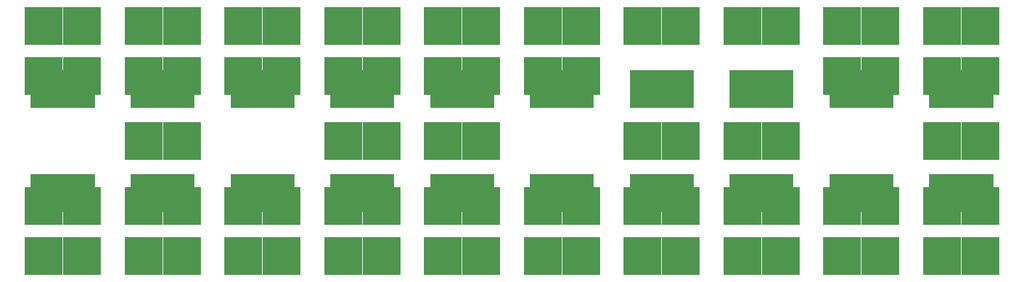
<source format=gbr>
%TF.GenerationSoftware,KiCad,Pcbnew,8.0.2-1*%
%TF.CreationDate,2024-06-10T12:13:13-07:00*%
%TF.ProjectId,FuseBlock,46757365-426c-46f6-936b-2e6b69636164,rev?*%
%TF.SameCoordinates,Original*%
%TF.FileFunction,Soldermask,Top*%
%TF.FilePolarity,Negative*%
%FSLAX46Y46*%
G04 Gerber Fmt 4.6, Leading zero omitted, Abs format (unit mm)*
G04 Created by KiCad (PCBNEW 8.0.2-1) date 2024-06-10 12:13:13*
%MOMM*%
%LPD*%
G01*
G04 APERTURE LIST*
%ADD10R,5.000000X5.000000*%
G04 APERTURE END LIST*
D10*
%TO.C,J24*%
X93500000Y-115000000D03*
X98500000Y-115000000D03*
%TD*%
%TO.C,F2*%
X94300000Y-93250000D03*
X97700000Y-93250000D03*
X94300000Y-106750000D03*
X97700000Y-106750000D03*
%TD*%
%TO.C,J31*%
X132500000Y-115000000D03*
X137500000Y-115000000D03*
%TD*%
%TO.C,J12*%
X145500000Y-85000000D03*
X150500000Y-85000000D03*
%TD*%
%TO.C,J43*%
X197500000Y-108500000D03*
X202500000Y-108500000D03*
%TD*%
%TO.C,J1*%
X80500000Y-85000000D03*
X85500000Y-85000000D03*
%TD*%
%TO.C,J26*%
X106500000Y-115000000D03*
X111500000Y-115000000D03*
%TD*%
%TO.C,J17*%
X184500000Y-91500000D03*
X189500000Y-91500000D03*
%TD*%
%TO.C,J30*%
X132500000Y-108500000D03*
X137500000Y-108500000D03*
%TD*%
%TO.C,J25*%
X106500000Y-108500000D03*
X111500000Y-108500000D03*
%TD*%
%TO.C,J4*%
X93500000Y-91500000D03*
X98500000Y-91500000D03*
%TD*%
%TO.C,F5*%
X133300000Y-93250000D03*
X136700000Y-93250000D03*
X133300000Y-106750000D03*
X136700000Y-106750000D03*
%TD*%
%TO.C,J7*%
X119500000Y-85000000D03*
X124500000Y-85000000D03*
%TD*%
%TO.C,J16*%
X184500000Y-85000000D03*
X189500000Y-85000000D03*
%TD*%
%TO.C,J27*%
X119500000Y-100000000D03*
X124500000Y-100000000D03*
%TD*%
%TO.C,F3*%
X107300000Y-93250000D03*
X110700000Y-93250000D03*
X107300000Y-106750000D03*
X110700000Y-106750000D03*
%TD*%
%TO.C,F4*%
X120300000Y-93250000D03*
X123700000Y-93250000D03*
X120300000Y-106750000D03*
X123700000Y-106750000D03*
%TD*%
%TO.C,J36*%
X158500000Y-115000000D03*
X163500000Y-115000000D03*
%TD*%
%TO.C,J42*%
X197500000Y-100000000D03*
X202500000Y-100000000D03*
%TD*%
%TO.C,J20*%
X80500000Y-108500000D03*
X85500000Y-108500000D03*
%TD*%
%TO.C,J19*%
X197500000Y-91500000D03*
X202500000Y-91500000D03*
%TD*%
%TO.C,F8*%
X172300000Y-93250000D03*
X175700000Y-93250000D03*
X172300000Y-106750000D03*
X175700000Y-106750000D03*
%TD*%
%TO.C,J8*%
X119500000Y-91500000D03*
X124500000Y-91500000D03*
%TD*%
%TO.C,J10*%
X132500000Y-91500000D03*
X137500000Y-91500000D03*
%TD*%
%TO.C,J23*%
X93500000Y-108500000D03*
X98500000Y-108500000D03*
%TD*%
%TO.C,F7*%
X159300000Y-93250000D03*
X162700000Y-93250000D03*
X159300000Y-106750000D03*
X162700000Y-106750000D03*
%TD*%
%TO.C,J11*%
X132500000Y-100000000D03*
X137500000Y-100000000D03*
%TD*%
%TO.C,J3*%
X93500000Y-85000000D03*
X98500000Y-85000000D03*
%TD*%
%TO.C,J2*%
X80500000Y-91500000D03*
X85500000Y-91500000D03*
%TD*%
%TO.C,J37*%
X171500000Y-100000000D03*
X176500000Y-100000000D03*
%TD*%
%TO.C,J6*%
X106500000Y-91500000D03*
X111500000Y-91500000D03*
%TD*%
%TO.C,F1*%
X81300000Y-93250000D03*
X84700000Y-93250000D03*
X81300000Y-106750000D03*
X84700000Y-106750000D03*
%TD*%
%TO.C,J21*%
X80500000Y-115000000D03*
X85500000Y-115000000D03*
%TD*%
%TO.C,J40*%
X184500000Y-108500000D03*
X189500000Y-108500000D03*
%TD*%
%TO.C,F9*%
X185300000Y-93250000D03*
X188700000Y-93250000D03*
X185300000Y-106750000D03*
X188700000Y-106750000D03*
%TD*%
%TO.C,J41*%
X184500000Y-115000000D03*
X189500000Y-115000000D03*
%TD*%
%TO.C,J13*%
X145500000Y-91500000D03*
X150500000Y-91500000D03*
%TD*%
%TO.C,J39*%
X171500000Y-115000000D03*
X176500000Y-115000000D03*
%TD*%
%TO.C,J15*%
X171500000Y-85000000D03*
X176500000Y-85000000D03*
%TD*%
%TO.C,J38*%
X171500000Y-108500000D03*
X176500000Y-108500000D03*
%TD*%
%TO.C,J34*%
X158500000Y-100000000D03*
X163500000Y-100000000D03*
%TD*%
%TO.C,J32*%
X145500000Y-108500000D03*
X150500000Y-108500000D03*
%TD*%
%TO.C,J5*%
X106500000Y-85000000D03*
X111500000Y-85000000D03*
%TD*%
%TO.C,J14*%
X158500000Y-85000000D03*
X163500000Y-85000000D03*
%TD*%
%TO.C,J29*%
X119500000Y-115000000D03*
X124500000Y-115000000D03*
%TD*%
%TO.C,J9*%
X132500000Y-85000000D03*
X137500000Y-85000000D03*
%TD*%
%TO.C,F10*%
X198300000Y-93250000D03*
X201700000Y-93250000D03*
X198300000Y-106750000D03*
X201700000Y-106750000D03*
%TD*%
%TO.C,J18*%
X197500000Y-85000000D03*
X202500000Y-85000000D03*
%TD*%
%TO.C,J35*%
X158500000Y-108500000D03*
X163500000Y-108500000D03*
%TD*%
%TO.C,J28*%
X119500000Y-108500000D03*
X124500000Y-108500000D03*
%TD*%
%TO.C,F6*%
X146300000Y-93250000D03*
X149700000Y-93250000D03*
X146300000Y-106750000D03*
X149700000Y-106750000D03*
%TD*%
%TO.C,J33*%
X145500000Y-115000000D03*
X150500000Y-115000000D03*
%TD*%
%TO.C,J22*%
X93500000Y-100000000D03*
X98500000Y-100000000D03*
%TD*%
%TO.C,J44*%
X197500000Y-115000000D03*
X202500000Y-115000000D03*
%TD*%
M02*

</source>
